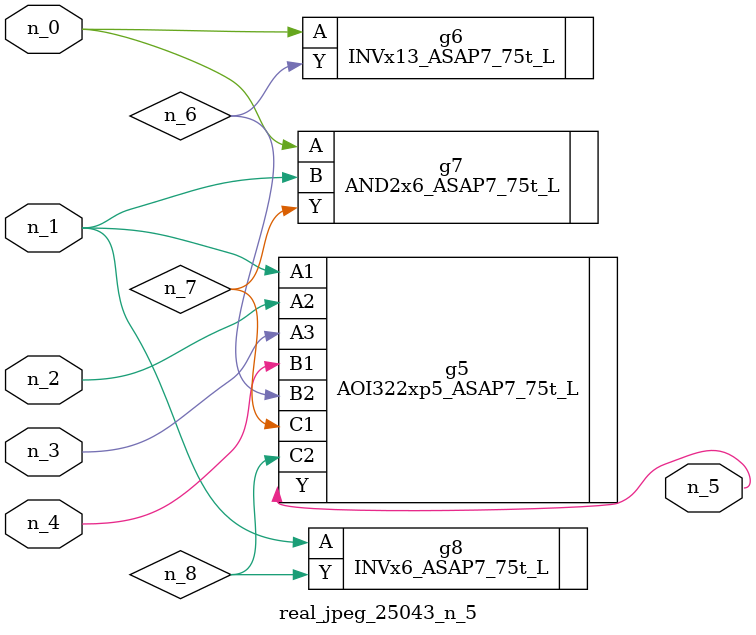
<source format=v>
module real_jpeg_25043_n_5 (n_4, n_0, n_1, n_2, n_3, n_5);

input n_4;
input n_0;
input n_1;
input n_2;
input n_3;

output n_5;

wire n_8;
wire n_6;
wire n_7;

INVx13_ASAP7_75t_L g6 ( 
.A(n_0),
.Y(n_6)
);

AND2x6_ASAP7_75t_L g7 ( 
.A(n_0),
.B(n_1),
.Y(n_7)
);

AOI322xp5_ASAP7_75t_L g5 ( 
.A1(n_1),
.A2(n_2),
.A3(n_3),
.B1(n_4),
.B2(n_6),
.C1(n_7),
.C2(n_8),
.Y(n_5)
);

INVx6_ASAP7_75t_L g8 ( 
.A(n_1),
.Y(n_8)
);


endmodule
</source>
